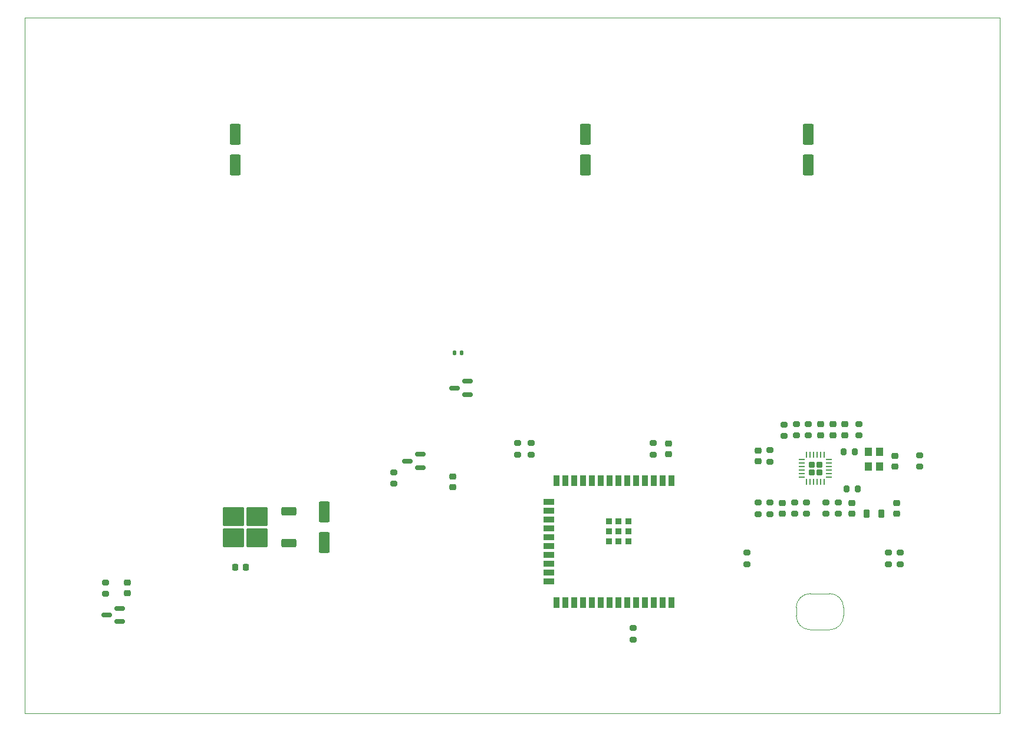
<source format=gbr>
%TF.GenerationSoftware,KiCad,Pcbnew,8.0.1*%
%TF.CreationDate,2024-04-21T01:25:57+02:00*%
%TF.ProjectId,EKO_MyMiner,454b4f5f-4d79-44d6-996e-65722e6b6963,rev?*%
%TF.SameCoordinates,Original*%
%TF.FileFunction,Paste,Top*%
%TF.FilePolarity,Positive*%
%FSLAX46Y46*%
G04 Gerber Fmt 4.6, Leading zero omitted, Abs format (unit mm)*
G04 Created by KiCad (PCBNEW 8.0.1) date 2024-04-21 01:25:57*
%MOMM*%
%LPD*%
G01*
G04 APERTURE LIST*
G04 Aperture macros list*
%AMRoundRect*
0 Rectangle with rounded corners*
0 $1 Rounding radius*
0 $2 $3 $4 $5 $6 $7 $8 $9 X,Y pos of 4 corners*
0 Add a 4 corners polygon primitive as box body*
4,1,4,$2,$3,$4,$5,$6,$7,$8,$9,$2,$3,0*
0 Add four circle primitives for the rounded corners*
1,1,$1+$1,$2,$3*
1,1,$1+$1,$4,$5*
1,1,$1+$1,$6,$7*
1,1,$1+$1,$8,$9*
0 Add four rect primitives between the rounded corners*
20,1,$1+$1,$2,$3,$4,$5,0*
20,1,$1+$1,$4,$5,$6,$7,0*
20,1,$1+$1,$6,$7,$8,$9,0*
20,1,$1+$1,$8,$9,$2,$3,0*%
%AMFreePoly0*
4,1,25,0.266375,0.443630,0.297109,0.420047,0.420047,0.297109,0.458455,0.230584,0.463512,0.192176,0.463512,-0.192176,0.443630,-0.266375,0.420047,-0.297109,0.297109,-0.420047,0.230584,-0.458455,0.192176,-0.463512,-0.192176,-0.463512,-0.266375,-0.443630,-0.297109,-0.420047,-0.420047,-0.297109,-0.458455,-0.230584,-0.463512,-0.192176,-0.463512,0.192176,-0.443630,0.266375,-0.420047,0.297109,
-0.297109,0.420047,-0.230584,0.458455,-0.192176,0.463512,0.192176,0.463512,0.266375,0.443630,0.266375,0.443630,$1*%
G04 Aperture macros list end*
%ADD10FreePoly0,180.000000*%
%ADD11RoundRect,0.062500X0.375000X0.062500X-0.375000X0.062500X-0.375000X-0.062500X0.375000X-0.062500X0*%
%ADD12RoundRect,0.062500X0.062500X0.375000X-0.062500X0.375000X-0.062500X-0.375000X0.062500X-0.375000X0*%
%ADD13RoundRect,0.250000X-0.550000X1.250000X-0.550000X-1.250000X0.550000X-1.250000X0.550000X1.250000X0*%
%ADD14RoundRect,0.200000X0.275000X-0.200000X0.275000X0.200000X-0.275000X0.200000X-0.275000X-0.200000X0*%
%ADD15RoundRect,0.200000X-0.275000X0.200000X-0.275000X-0.200000X0.275000X-0.200000X0.275000X0.200000X0*%
%ADD16RoundRect,0.225000X-0.250000X0.225000X-0.250000X-0.225000X0.250000X-0.225000X0.250000X0.225000X0*%
%ADD17R,1.100000X1.300000*%
%ADD18R,0.900000X1.500000*%
%ADD19R,1.500000X0.900000*%
%ADD20R,0.900000X0.900000*%
%ADD21RoundRect,0.250000X0.850000X0.350000X-0.850000X0.350000X-0.850000X-0.350000X0.850000X-0.350000X0*%
%ADD22RoundRect,0.250000X1.275000X1.125000X-1.275000X1.125000X-1.275000X-1.125000X1.275000X-1.125000X0*%
%ADD23RoundRect,0.225000X0.250000X-0.225000X0.250000X0.225000X-0.250000X0.225000X-0.250000X-0.225000X0*%
%ADD24RoundRect,0.150000X0.587500X0.150000X-0.587500X0.150000X-0.587500X-0.150000X0.587500X-0.150000X0*%
%ADD25RoundRect,0.135000X-0.135000X-0.185000X0.135000X-0.185000X0.135000X0.185000X-0.135000X0.185000X0*%
%ADD26RoundRect,0.218750X-0.218750X-0.381250X0.218750X-0.381250X0.218750X0.381250X-0.218750X0.381250X0*%
%ADD27RoundRect,0.200000X-0.200000X-0.275000X0.200000X-0.275000X0.200000X0.275000X-0.200000X0.275000X0*%
%ADD28RoundRect,0.225000X-0.225000X-0.250000X0.225000X-0.250000X0.225000X0.250000X-0.225000X0.250000X0*%
%ADD29RoundRect,0.200000X0.200000X0.275000X-0.200000X0.275000X-0.200000X-0.275000X0.200000X-0.275000X0*%
%TA.AperFunction,Profile*%
%ADD30C,0.100000*%
%TD*%
G04 APERTURE END LIST*
D10*
%TO.C,U1*%
X192364500Y-105514500D03*
X192364500Y-104374500D03*
X191224500Y-105514500D03*
X191224500Y-104374500D03*
D11*
X193732000Y-106194500D03*
X193732000Y-105694500D03*
X193732000Y-105194500D03*
X193732000Y-104694500D03*
X193732000Y-104194500D03*
X193732000Y-103694500D03*
D12*
X193044500Y-103007000D03*
X192544500Y-103007000D03*
X192044500Y-103007000D03*
X191544500Y-103007000D03*
X191044500Y-103007000D03*
X190544500Y-103007000D03*
D11*
X189857000Y-103694500D03*
X189857000Y-104194500D03*
X189857000Y-104694500D03*
X189857000Y-105194500D03*
X189857000Y-105694500D03*
X189857000Y-106194500D03*
D12*
X190544500Y-106882000D03*
X191044500Y-106882000D03*
X191544500Y-106882000D03*
X192044500Y-106882000D03*
X192544500Y-106882000D03*
X193044500Y-106882000D03*
%TD*%
D13*
%TO.C,C16*%
X190754000Y-56906000D03*
X190754000Y-61306000D03*
%TD*%
%TO.C,C15*%
X158750000Y-56906000D03*
X158750000Y-61306000D03*
%TD*%
%TO.C,C13*%
X108458000Y-56906000D03*
X108458000Y-61306000D03*
%TD*%
%TO.C,C1*%
X121232000Y-111182000D03*
X121232000Y-115582000D03*
%TD*%
D14*
%TO.C,R23*%
X165632000Y-129557000D03*
X165632000Y-127907000D03*
%TD*%
D15*
%TO.C,R10*%
X190794500Y-98557000D03*
X190794500Y-100207000D03*
%TD*%
D16*
%TO.C,C14*%
X139700000Y-106083000D03*
X139700000Y-107633000D03*
%TD*%
D17*
%TO.C,X1*%
X201032000Y-104682000D03*
X201032000Y-102582000D03*
X199382000Y-102582000D03*
X199382000Y-104682000D03*
%TD*%
D18*
%TO.C,U2*%
X171097000Y-106732000D03*
X169827000Y-106732000D03*
X168557000Y-106732000D03*
X167287000Y-106732000D03*
X166017000Y-106732000D03*
X164747000Y-106732000D03*
X163477000Y-106732000D03*
X162207000Y-106732000D03*
X160937000Y-106732000D03*
X159667000Y-106732000D03*
X158397000Y-106732000D03*
X157127000Y-106732000D03*
X155857000Y-106732000D03*
X154587000Y-106732000D03*
D19*
X153492000Y-109767000D03*
X153492000Y-111037000D03*
X153492000Y-112307000D03*
X153492000Y-113577000D03*
X153492000Y-114847000D03*
X153492000Y-116117000D03*
X153492000Y-117387000D03*
X153492000Y-118657000D03*
X153492000Y-119927000D03*
X153492000Y-121197000D03*
D18*
X154587000Y-124232000D03*
X155857000Y-124232000D03*
X157127000Y-124232000D03*
X158397000Y-124232000D03*
X159667000Y-124232000D03*
X160937000Y-124232000D03*
X162207000Y-124232000D03*
X163477000Y-124232000D03*
X164747000Y-124232000D03*
X166017000Y-124232000D03*
X167287000Y-124232000D03*
X168557000Y-124232000D03*
X169827000Y-124232000D03*
X171097000Y-124232000D03*
D20*
X164932000Y-112582000D03*
X163532000Y-112582000D03*
X162132000Y-112582000D03*
X164932000Y-113982000D03*
X163532000Y-113982000D03*
X162132000Y-113982000D03*
X164932000Y-115382000D03*
X163532000Y-115382000D03*
X162132000Y-115382000D03*
%TD*%
D15*
%TO.C,R20*%
X148982000Y-101307000D03*
X148982000Y-102957000D03*
%TD*%
D14*
%TO.C,R15*%
X193294500Y-111457000D03*
X193294500Y-109807000D03*
%TD*%
D15*
%TO.C,R19*%
X168482000Y-101307000D03*
X168482000Y-102957000D03*
%TD*%
D21*
%TO.C,U3*%
X116182000Y-115659500D03*
D22*
X111557000Y-114904500D03*
X111557000Y-111854500D03*
X108207000Y-114904500D03*
X108207000Y-111854500D03*
D21*
X116182000Y-111099500D03*
%TD*%
D23*
%TO.C,C5*%
X183544500Y-103907000D03*
X183544500Y-102357000D03*
%TD*%
D14*
%TO.C,R14*%
X195044500Y-111457000D03*
X195044500Y-109807000D03*
%TD*%
%TO.C,R1*%
X206732000Y-104707000D03*
X206732000Y-103057000D03*
%TD*%
D23*
%TO.C,C3*%
X92982000Y-122907000D03*
X92982000Y-121357000D03*
%TD*%
%TO.C,C10*%
X197044500Y-111469500D03*
X197044500Y-109919500D03*
%TD*%
D14*
%TO.C,R11*%
X190544500Y-111457000D03*
X190544500Y-109807000D03*
%TD*%
%TO.C,R9*%
X185294500Y-111519500D03*
X185294500Y-109869500D03*
%TD*%
D23*
%TO.C,C12*%
X187044500Y-111469500D03*
X187044500Y-109919500D03*
%TD*%
D15*
%TO.C,R5*%
X187294500Y-98619500D03*
X187294500Y-100269500D03*
%TD*%
%TO.C,R6*%
X198044500Y-98557000D03*
X198044500Y-100207000D03*
%TD*%
D23*
%TO.C,C8*%
X196044500Y-100157000D03*
X196044500Y-98607000D03*
%TD*%
D24*
%TO.C,Q1*%
X91869500Y-126969500D03*
X91869500Y-125069500D03*
X89994500Y-126019500D03*
%TD*%
D14*
%TO.C,R18*%
X203982000Y-118707000D03*
X203982000Y-117057000D03*
%TD*%
D23*
%TO.C,C6*%
X203207000Y-104657000D03*
X203207000Y-103107000D03*
%TD*%
%TO.C,C2*%
X170732000Y-102907000D03*
X170732000Y-101357000D03*
%TD*%
D24*
%TO.C,Q3*%
X141832000Y-94332000D03*
X141832000Y-92432000D03*
X139957000Y-93382000D03*
%TD*%
D25*
%TO.C,R25*%
X139922000Y-88332000D03*
X140942000Y-88332000D03*
%TD*%
D23*
%TO.C,C11*%
X203482000Y-111469500D03*
X203482000Y-109919500D03*
%TD*%
%TO.C,C7*%
X194294500Y-100157000D03*
X194294500Y-98607000D03*
%TD*%
D15*
%TO.C,R2*%
X150982000Y-101307000D03*
X150982000Y-102957000D03*
%TD*%
%TO.C,R3*%
X185294500Y-102307000D03*
X185294500Y-103957000D03*
%TD*%
D23*
%TO.C,C9*%
X192544500Y-100157000D03*
X192544500Y-98607000D03*
%TD*%
D15*
%TO.C,R4*%
X189044500Y-98557000D03*
X189044500Y-100207000D03*
%TD*%
D14*
%TO.C,R16*%
X181982000Y-118707000D03*
X181982000Y-117057000D03*
%TD*%
D26*
%TO.C,L1*%
X199169500Y-111444500D03*
X201294500Y-111444500D03*
%TD*%
D27*
%TO.C,R13*%
X196219500Y-107882000D03*
X197869500Y-107882000D03*
%TD*%
D28*
%TO.C,C4*%
X108457000Y-119132000D03*
X110007000Y-119132000D03*
%TD*%
D14*
%TO.C,R12*%
X188794500Y-111457000D03*
X188794500Y-109807000D03*
%TD*%
%TO.C,R22*%
X131207000Y-107157000D03*
X131207000Y-105507000D03*
%TD*%
D29*
%TO.C,R7*%
X197457000Y-102532000D03*
X195807000Y-102532000D03*
%TD*%
D24*
%TO.C,Q2*%
X135032000Y-104832000D03*
X135032000Y-102932000D03*
X133157000Y-103882000D03*
%TD*%
D15*
%TO.C,R21*%
X89832000Y-121307000D03*
X89832000Y-122957000D03*
%TD*%
D14*
%TO.C,R17*%
X202232000Y-118707000D03*
X202232000Y-117057000D03*
%TD*%
%TO.C,R8*%
X183544500Y-111519500D03*
X183544500Y-109869500D03*
%TD*%
D30*
X195832000Y-124932000D02*
X195832000Y-126132000D01*
X195832000Y-126132000D02*
G75*
G02*
X193832000Y-128132000I-2000000J0D01*
G01*
X191032000Y-128132000D02*
G75*
G02*
X189032000Y-126132000I0J2000000D01*
G01*
X189032000Y-124932000D02*
G75*
G02*
X191032000Y-122932000I2000000J0D01*
G01*
X193832000Y-122932000D02*
G75*
G02*
X195832000Y-124932000I0J-2000000D01*
G01*
X193832000Y-128132000D02*
X191032000Y-128132000D01*
X191032000Y-122932000D02*
X193832000Y-122932000D01*
X189032000Y-126132000D02*
X189032000Y-124932000D01*
X78232000Y-40132000D02*
X218232000Y-40132000D01*
X218232000Y-140132000D01*
X78232000Y-140132000D01*
X78232000Y-40132000D01*
M02*

</source>
